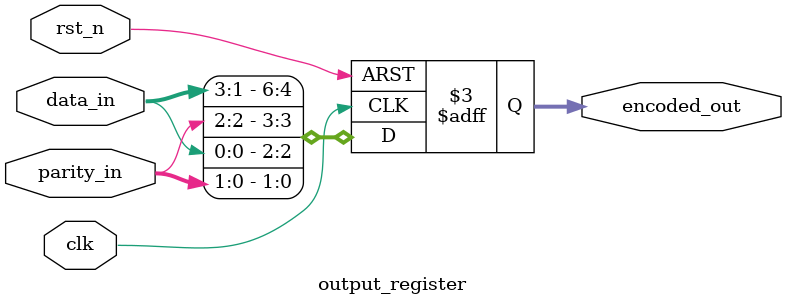
<source format=sv>
module hamming_encoder_4bit(
    input clk, rst_n,
    input [3:0] data_in,
    output [6:0] encoded_out
);
    // 内部信号定义
    wire [2:0] parity_bits;
    wire [3:0] data_bits;
    
    // 实例化奇偶校验生成器子模块
    parity_generator parity_gen (
        .data_in(data_in),
        .parity_out(parity_bits)
    );
    
    // 实例化数据缓存子模块
    data_buffer data_buff (
        .data_in(data_in),
        .data_out(data_bits)
    );
    
    // 实例化输出寄存器子模块
    output_register out_reg (
        .clk(clk),
        .rst_n(rst_n),
        .parity_in(parity_bits),
        .data_in(data_bits),
        .encoded_out(encoded_out)
    );
endmodule

// 奇偶校验位生成子模块
module parity_generator(
    input [3:0] data_in,
    output [2:0] parity_out
);
    // 计算三个奇偶校验位
    assign parity_out[0] = data_in[0] ^ data_in[1] ^ data_in[3]; // 校验位P1
    assign parity_out[1] = data_in[0] ^ data_in[2] ^ data_in[3]; // 校验位P2
    assign parity_out[2] = data_in[1] ^ data_in[2] ^ data_in[3]; // 校验位P3
endmodule

// 数据缓存子模块
module data_buffer(
    input [3:0] data_in,
    output [3:0] data_out
);
    // 直接传递数据位
    assign data_out = data_in;
endmodule

// 输出寄存器子模块
module output_register(
    input clk, rst_n,
    input [2:0] parity_in,
    input [3:0] data_in,
    output reg [6:0] encoded_out
);
    always @(posedge clk or negedge rst_n) begin
        if (!rst_n) begin
            encoded_out <= 7'b0;
        end else begin
            // 按照汉明编码格式组装输出
            encoded_out[0] <= parity_in[0];  // P1
            encoded_out[1] <= parity_in[1];  // P2
            encoded_out[2] <= data_in[0];    // D1
            encoded_out[3] <= parity_in[2];  // P3
            encoded_out[4] <= data_in[1];    // D2
            encoded_out[5] <= data_in[2];    // D3
            encoded_out[6] <= data_in[3];    // D4
        end
    end
endmodule
</source>
